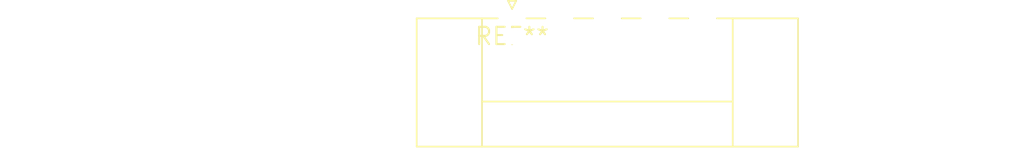
<source format=kicad_pcb>
(kicad_pcb (version 20240108) (generator pcbnew)
  (layers (0 "F.Cu" signal) (31 "B.Cu" signal) (34 "B.Paste" user) (35 "F.Paste" user) (36 "B.SilkS" user "B.Silkscreen") (37 "F.SilkS" user "F.Silkscreen") (38 "B.Mask" user) (39 "F.Mask" user) (44 "Edge.Cuts" user))
  (net 0 "")
  (footprint "PhoenixContact_MC_1,5_5-GF-3.5_1x05_P3.50mm_Horizontal_ThreadedFlange" (layer "F.Cu") (at 0 0)
    (property "Reference" "REF**")
    (property "Value" "PhoenixContact_MC_1,5_5-GF-3.5_1x05_P3.50mm_Horizontal_ThreadedFlange")
    (fp_line (start -7.01 -1.31) (end -7.01 8.11) (layer "F.SilkS") (stroke (width 0.12)))
    (fp_line (start -7.01 -1.31) (end -1.05 -1.31) (layer "F.SilkS") (stroke (width 0.12)))
    (fp_line (start -7.01 8.11) (end 21.01 8.11) (layer "F.SilkS") (stroke (width 0.12)))
    (fp_line (start -2.21 -1.31) (end -2.21 8.11) (layer "F.SilkS") (stroke (width 0.12)))
    (fp_line (start -2.21 4.8) (end 16.21 4.8) (layer "F.SilkS") (stroke (width 0.12)))
    (fp_line (start -0.3 -2.6) (end 0.3 -2.6) (layer "F.SilkS") (stroke (width 0.12)))
    (fp_line (start 0 -2) (end -0.3 -2.6) (layer "F.SilkS") (stroke (width 0.12)))
    (fp_line (start 0.3 -2.6) (end 0 -2) (layer "F.SilkS") (stroke (width 0.12)))
    (fp_line (start 1.05 -1.31) (end 2.45 -1.31) (layer "F.SilkS") (stroke (width 0.12)))
    (fp_line (start 4.55 -1.31) (end 5.95 -1.31) (layer "F.SilkS") (stroke (width 0.12)))
    (fp_line (start 8.05 -1.31) (end 9.45 -1.31) (layer "F.SilkS") (stroke (width 0.12)))
    (fp_line (start 11.55 -1.31) (end 12.95 -1.31) (layer "F.SilkS") (stroke (width 0.12)))
    (fp_line (start 16.21 -1.31) (end 16.21 8.11) (layer "F.SilkS") (stroke (width 0.12)))
    (fp_line (start 21.01 -1.31) (end 15.05 -1.31) (layer "F.SilkS") (stroke (width 0.12)))
    (fp_line (start 21.01 8.11) (end 21.01 -1.31) (layer "F.SilkS") (stroke (width 0.12)))
    (pad "1" thru_hole roundrect (at 0 0) (size 1.8 3.6) (drill 1.2) (layers *.Cu *.Mask) (remove_unused_layers) (roundrect_rratio 0.138889))
    (pad "2" thru_hole oval (at 3.5 0) (size 1.8 3.6) (drill 1.2) (layers *.Cu *.Mask) (remove_unused_layers))
    (pad "3" thru_hole oval (at 7 0) (size 1.8 3.6) (drill 1.2) (layers *.Cu *.Mask) (remove_unused_layers))
    (pad "4" thru_hole oval (at 10.5 0) (size 1.8 3.6) (drill 1.2) (layers *.Cu *.Mask) (remove_unused_layers))
    (pad "5" thru_hole oval (at 14 0) (size 1.8 3.6) (drill 1.2) (layers *.Cu *.Mask) (remove_unused_layers))
  )
)
</source>
